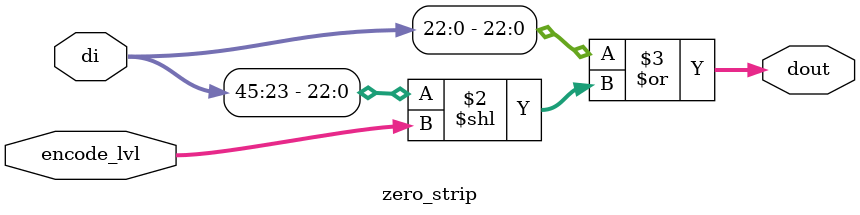
<source format=v>
module zero_strip# (
    parameter OUTPUT_W    = 2,
    parameter COEFF_W     = 23,
    parameter MAX_LVL     = 20,
    parameter W           = 64
    ) (
    input [4:0] encode_lvl,
    input [OUTPUT_W*COEFF_W-1:0] di,
    output reg [MAX_LVL*OUTPUT_W-1:0] dout
    );
    
    
    always @(*) begin
        // dout = di[22:0] | (di[45:23] << encode_lvl) | (di[68:46] << {encode_lvl,1'd0}) | (di[91:69] << 3*encode_lvl);
        dout = di[22:0] | (di[45:23] << encode_lvl);
    end
endmodule

</source>
